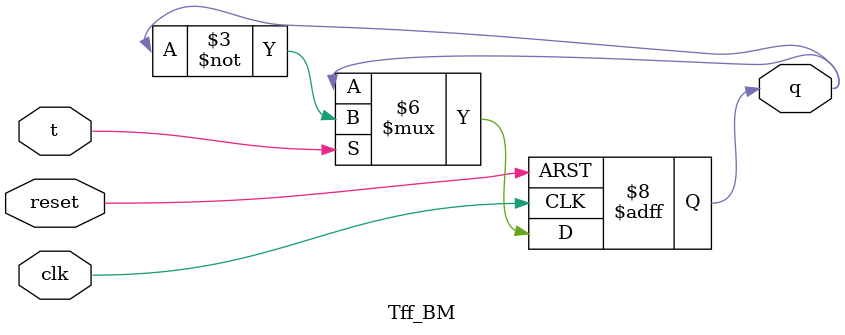
<source format=v>
module Tff_BM(q,t,clk,reset);
output q;
reg q;
input t,clk,reset;
initial
 q=1'b0;
always @(posedge clk or posedge reset)
begin
  if(reset)
    q=1'b0;
  else if (t==1)
    q=~q;
  else
    q=q;
end
endmodule
   

</source>
